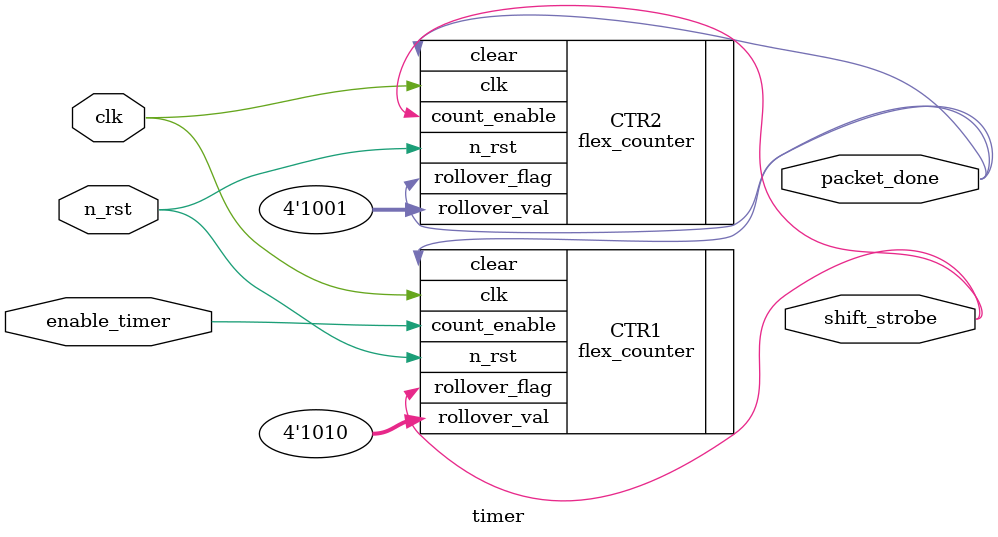
<source format=sv>
module timer
  (
    input wire clk,
    input wire n_rst,
    input wire enable_timer,
    output reg shift_strobe,
    output reg packet_done
    );
  flex_counter CTR1(.clk(clk),.n_rst(n_rst),.count_enable(enable_timer),.clear(packet_done),.rollover_val(4'b1010),.rollover_flag(shift_strobe)); //wait until 10 clock cycles
	flex_counter CTR2(.clk(clk), .n_rst(n_rst), .count_enable(shift_strobe), .clear(packet_done), .rollover_val(4'b1001), .rollover_flag(packet_done));
	endmodule
	
</source>
